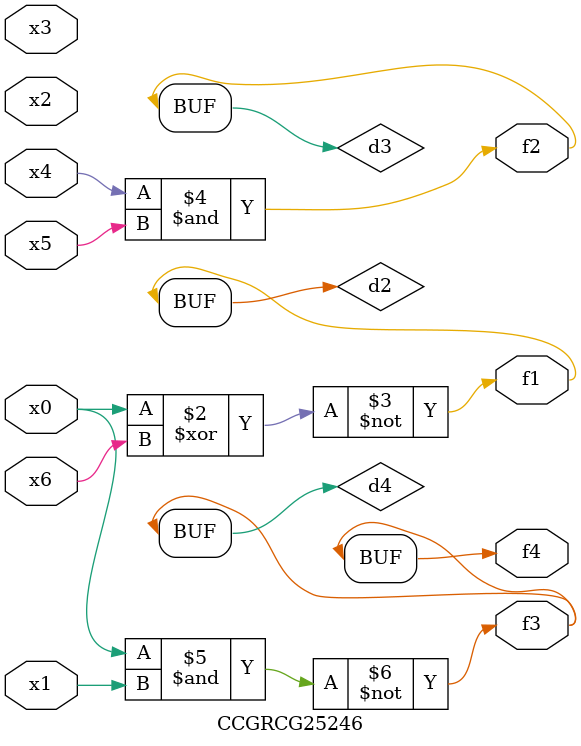
<source format=v>
module CCGRCG25246(
	input x0, x1, x2, x3, x4, x5, x6,
	output f1, f2, f3, f4
);

	wire d1, d2, d3, d4;

	nor (d1, x0);
	xnor (d2, x0, x6);
	and (d3, x4, x5);
	nand (d4, x0, x1);
	assign f1 = d2;
	assign f2 = d3;
	assign f3 = d4;
	assign f4 = d4;
endmodule

</source>
